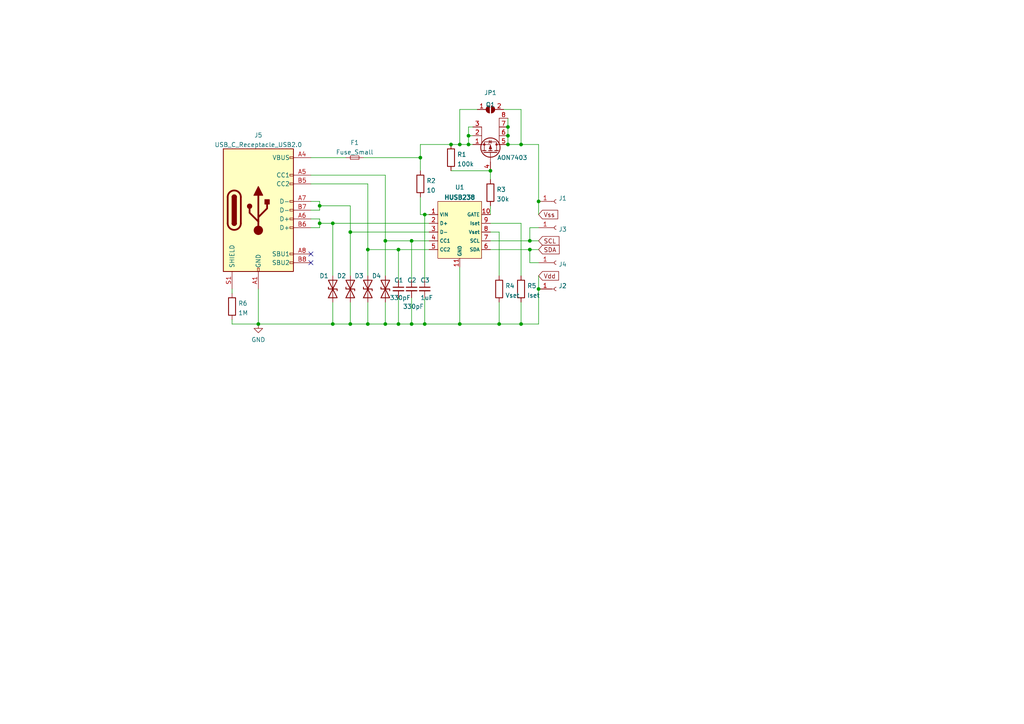
<source format=kicad_sch>
(kicad_sch (version 20211123) (generator eeschema)
  (paper "A4")
  (lib_symbols
    (symbol "Connector:Conn_01x01_Female" (pin_names (offset 1.016) hide)
      (property "Reference" "J" (at 0 2.54 0))
      (property "Value" "Conn_01x01_Female" (at 0 -2.54 0))
      (symbol "Conn_01x01_Female_1_1"
        (polyline (pts (xy -1.27 0) (xy -0.508 0)) (stroke (width 0.1524)))
        (arc (start 0 0.508) (mid -0.508 0) (end 0 -0.508) (stroke (width 0.1524)))
        (pin passive line (at -5.08 0 0) (length 3.81) (name "Pin_1") (number "1"))
      )
    )
    (symbol "Connector:USB_C_Receptacle_USB2.0" (pin_names (offset 1.016))
      (property "Reference" "J" (at -10.16 19.05 0))
      (property "Value" "USB_C_Receptacle_USB2.0" (at 19.05 19.05 0))
      (symbol "USB_C_Receptacle_USB2.0_0_0"
        (rectangle (start -0.254 -17.78) (end 0.254 -16.764))
        (rectangle (start 10.16 -14.986) (end 9.144 -15.494))
        (rectangle (start 10.16 -12.446) (end 9.144 -12.954))
        (rectangle (start 10.16 -4.826) (end 9.144 -5.334))
        (rectangle (start 10.16 -2.286) (end 9.144 -2.794))
        (rectangle (start 10.16 0.254) (end 9.144 -0.254))
        (rectangle (start 10.16 2.794) (end 9.144 2.286))
        (rectangle (start 10.16 7.874) (end 9.144 7.366))
        (rectangle (start 10.16 10.414) (end 9.144 9.906))
        (rectangle (start 10.16 15.494) (end 9.144 14.986))
      )
      (symbol "USB_C_Receptacle_USB2.0_0_1"
        (rectangle (start -10.16 17.78) (end 10.16 -17.78) (stroke (width 0.254)) (fill (type background)))
        (arc (start -8.89 -3.81) (mid -6.985 -5.715) (end -5.08 -3.81) (stroke (width 0.508)))
        (arc (start -7.62 -3.81) (mid -6.985 -4.445) (end -6.35 -3.81) (stroke (width 0.254)))
        (arc (start -7.62 -3.81) (mid -6.985 -4.445) (end -6.35 -3.81) (stroke (width 0.254)) (fill (type outline)))
        (rectangle (start -7.62 -3.81) (end -6.35 3.81) (stroke (width 0.254)) (fill (type outline)))
        (arc (start -6.35 3.81) (mid -6.985 4.445) (end -7.62 3.81) (stroke (width 0.254)))
        (arc (start -6.35 3.81) (mid -6.985 4.445) (end -7.62 3.81) (stroke (width 0.254)) (fill (type outline)))
        (arc (start -5.08 3.81) (mid -6.985 5.715) (end -8.89 3.81) (stroke (width 0.508)))
        (circle (center -2.54 1.143) (radius 0.635) (stroke (width 0.254)) (fill (type outline)))
        (circle (center 0 -5.842) (radius 1.27) (fill (type outline)))
        (polyline (pts (xy -8.89 -3.81) (xy -8.89 3.81)) (stroke (width 0.508)))
        (polyline (pts (xy -5.08 3.81) (xy -5.08 -3.81)) (stroke (width 0.508)))
        (polyline (pts (xy 0 -5.842) (xy 0 4.318)) (stroke (width 0.508)))
        (polyline (pts (xy 0 -3.302) (xy -2.54 -0.762) (xy -2.54 0.508)) (stroke (width 0.508)))
        (polyline (pts (xy 0 -2.032) (xy 2.54 0.508) (xy 2.54 1.778)) (stroke (width 0.508)))
        (polyline (pts (xy -1.27 4.318) (xy 0 6.858) (xy 1.27 4.318) (xy -1.27 4.318)) (stroke (width 0.254)) (fill (type outline)))
        (rectangle (start 1.905 1.778) (end 3.175 3.048) (stroke (width 0.254)) (fill (type outline)))
      )
      (symbol "USB_C_Receptacle_USB2.0_1_1"
        (pin passive line (at 0 -22.86 90) (length 5.08) (name "GND") (number "A1"))
        (pin passive line (at 0 -22.86 90) (length 5.08) hide (name "GND") (number "A12"))
        (pin passive line (at 15.24 15.24 180) (length 5.08) (name "VBUS") (number "A4"))
        (pin bidirectional line (at 15.24 10.16 180) (length 5.08) (name "CC1") (number "A5"))
        (pin bidirectional line (at 15.24 -2.54 180) (length 5.08) (name "D+") (number "A6"))
        (pin bidirectional line (at 15.24 2.54 180) (length 5.08) (name "D-") (number "A7"))
        (pin bidirectional line (at 15.24 -12.7 180) (length 5.08) (name "SBU1") (number "A8"))
        (pin passive line (at 15.24 15.24 180) (length 5.08) hide (name "VBUS") (number "A9"))
        (pin passive line (at 0 -22.86 90) (length 5.08) hide (name "GND") (number "B1"))
        (pin passive line (at 0 -22.86 90) (length 5.08) hide (name "GND") (number "B12"))
        (pin passive line (at 15.24 15.24 180) (length 5.08) hide (name "VBUS") (number "B4"))
        (pin bidirectional line (at 15.24 7.62 180) (length 5.08) (name "CC2") (number "B5"))
        (pin bidirectional line (at 15.24 -5.08 180) (length 5.08) (name "D+") (number "B6"))
        (pin bidirectional line (at 15.24 0 180) (length 5.08) (name "D-") (number "B7"))
        (pin bidirectional line (at 15.24 -15.24 180) (length 5.08) (name "SBU2") (number "B8"))
        (pin passive line (at 15.24 15.24 180) (length 5.08) hide (name "VBUS") (number "B9"))
        (pin passive line (at -7.62 -22.86 90) (length 5.08) (name "SHIELD") (number "S1"))
      )
    )
    (symbol "Device:C_Small" (pin_numbers hide) (pin_names (offset 0.254) hide)
      (property "Reference" "C" (at 0.254 1.778 0))
      (property "Value" "C_Small" (at 0.254 -2.032 0))
      (symbol "C_Small_0_1"
        (polyline (pts (xy -1.524 -0.508) (xy 1.524 -0.508)) (stroke (width 0.3302)))
        (polyline (pts (xy -1.524 0.508) (xy 1.524 0.508)) (stroke (width 0.3048)))
      )
      (symbol "C_Small_1_1"
        (pin passive line (at 0 2.54 270) (length 2.032) (name "~") (number "1"))
        (pin passive line (at 0 -2.54 90) (length 2.032) (name "~") (number "2"))
      )
    )
    (symbol "Device:D_TVS" (pin_numbers hide) (pin_names (offset 1.016) hide)
      (property "Reference" "D" (at 0 2.54 0))
      (property "Value" "D_TVS" (at 0 -2.54 0))
      (symbol "D_TVS_0_1"
        (polyline (pts (xy 1.27 0) (xy -1.27 0)))
        (polyline (pts (xy 0.508 1.27) (xy 0 1.27) (xy 0 -1.27) (xy -0.508 -1.27)) (stroke (width 0.254)))
        (polyline (pts (xy -2.54 1.27) (xy -2.54 -1.27) (xy 2.54 1.27) (xy 2.54 -1.27) (xy -2.54 1.27)) (stroke (width 0.254)))
      )
      (symbol "D_TVS_1_1"
        (pin passive line (at -3.81 0 0) (length 2.54) (name "A1") (number "1"))
        (pin passive line (at 3.81 0 180) (length 2.54) (name "A2") (number "2"))
      )
    )
    (symbol "Device:Fuse_Small" (pin_numbers hide) (pin_names (offset 0.254) hide)
      (property "Reference" "F" (at 0 -1.524 0))
      (property "Value" "Fuse_Small" (at 0 1.524 0))
      (symbol "Fuse_Small_0_1"
        (rectangle (start -1.27 0.508) (end 1.27 -0.508))
        (polyline (pts (xy -1.27 0) (xy 1.27 0)))
      )
      (symbol "Fuse_Small_1_1"
        (pin passive line (at -2.54 0 0) (length 1.27) (name "~") (number "1"))
        (pin passive line (at 2.54 0 180) (length 1.27) (name "~") (number "2"))
      )
    )
    (symbol "Device:R" (pin_numbers hide) (pin_names (offset 0))
      (property "Reference" "R" (at 2.032 0 90))
      (property "Value" "R" (at 0 0 90))
      (symbol "R_0_1"
        (rectangle (start -1.016 -2.54) (end 1.016 2.54) (stroke (width 0.254)))
      )
      (symbol "R_1_1"
        (pin passive line (at 0 3.81 270) (length 1.27) (name "~") (number "1"))
        (pin passive line (at 0 -3.81 90) (length 1.27) (name "~") (number "2"))
      )
    )
    (symbol "Jumper:SolderJumper_2_Open" (pin_names (offset 0) hide)
      (property "Reference" "JP" (at 0 2.032 0))
      (property "Value" "SolderJumper_2_Open" (at 0 -2.54 0))
      (symbol "SolderJumper_2_Open_0_1"
        (arc (start -0.254 1.016) (mid -1.27 0) (end -0.254 -1.016))
        (arc (start -0.254 1.016) (mid -1.27 0) (end -0.254 -1.016) (fill (type outline)))
        (polyline (pts (xy -0.254 1.016) (xy -0.254 -1.016)))
        (polyline (pts (xy 0.254 1.016) (xy 0.254 -1.016)))
        (arc (start 0.254 -1.016) (mid 1.27 0) (end 0.254 1.016))
        (arc (start 0.254 -1.016) (mid 1.27 0) (end 0.254 1.016) (fill (type outline)))
      )
      (symbol "SolderJumper_2_Open_1_1"
        (pin passive line (at -3.81 0 0) (length 2.54) (name "A") (number "1"))
        (pin passive line (at 3.81 0 180) (length 2.54) (name "B") (number "2"))
      )
    )
    (symbol "_chips:AON7403" (pin_names (offset 0) hide)
      (property "Reference" "Q" (at 5.08 1.27 0))
      (property "Value" "AON7403" (at 5.08 -1.27 0))
      (symbol "AON7403_0_1"
        (polyline (pts (xy 0.254 0) (xy -2.54 0)))
        (polyline (pts (xy 0.254 1.905) (xy 0.254 -1.905)) (stroke (width 0.254)))
        (polyline (pts (xy 0.762 -1.27) (xy 0.762 -2.286)) (stroke (width 0.254)))
        (polyline (pts (xy 0.762 0.508) (xy 0.762 -0.508)) (stroke (width 0.254)))
        (polyline (pts (xy 0.762 2.286) (xy 0.762 1.27)) (stroke (width 0.254)))
        (polyline (pts (xy 2.54 -2.54) (xy 7.62 -2.54)) (stroke (width 0.1524)))
        (polyline (pts (xy 5.08 2.54) (xy 10.16 2.54)) (stroke (width 0.1524)))
        (polyline (pts (xy 2.54 -2.54) (xy 2.54 0) (xy 0.762 0)))
        (polyline (pts (xy 5.08 2.54) (xy 2.54 2.54) (xy 2.54 1.778)))
        (polyline (pts (xy 0.762 1.778) (xy 3.302 1.778) (xy 3.302 -1.778) (xy 0.762 -1.778)))
        (polyline (pts (xy 2.286 0) (xy 1.27 0.381) (xy 1.27 -0.381) (xy 2.286 0)) (fill (type outline)))
        (polyline (pts (xy 2.794 -0.508) (xy 2.921 -0.381) (xy 3.683 -0.381) (xy 3.81 -0.254)))
        (polyline (pts (xy 3.302 -0.381) (xy 2.921 0.254) (xy 3.683 0.254) (xy 3.302 -0.381)))
        (circle (center 1.651 0) (radius 2.794) (stroke (width 0.254)))
        (circle (center 2.54 -1.778) (radius 0.254) (fill (type outline)))
        (circle (center 2.54 1.778) (radius 0.254) (fill (type outline)))
      )
      (symbol "AON7403_1_1"
        (pin passive line (at 2.54 -5.08 90) (length 2.54) (name "S") (number "1"))
        (pin passive line (at 5.08 -5.08 90) (length 2.54) (name "S") (number "2"))
        (pin passive line (at 7.62 -5.08 90) (length 2.54) (name "S") (number "3"))
        (pin input line (at -5.08 0 0) (length 2.54) (name "G") (number "4"))
        (pin passive line (at 2.54 5.08 270) (length 2.54) (name "D") (number "5"))
        (pin passive line (at 5.08 5.08 270) (length 2.54) (name "D") (number "6"))
        (pin passive line (at 7.62 5.08 270) (length 2.54) (name "D") (number "7"))
        (pin passive line (at 10.16 5.08 270) (length 2.54) (name "D") (number "8"))
      )
    )
    (symbol "_chips:HUSB238"
      (property "Reference" "U" (at -5.08 10.16 0))
      (property "Value" "HUSB238" (at 0 7.62 0))
      (symbol "HUSB238_0_0"
        (rectangle (start -6.35 8.89) (end 6.35 -7.62) (stroke (width 0.1524)) (fill (type background)))
      )
      (symbol "HUSB238_1_1"
        (pin input line (at -8.89 5.08 0) (length 2.54) (name "VIN") (number "1"))
        (pin output line (at 8.89 5.08 180) (length 2.54) (name "GATE") (number "10"))
        (pin power_out line (at 0 -10.16 90) (length 2.54) (name "GND") (number "11"))
        (pin input line (at -8.89 2.54 0) (length 2.54) (name "D+") (number "2"))
        (pin input line (at -8.89 0 0) (length 2.54) (name "D-") (number "3"))
        (pin input line (at -8.89 -2.54 0) (length 2.54) (name "CC1") (number "4"))
        (pin input line (at -8.89 -5.08 0) (length 2.54) (name "CC2") (number "5"))
        (pin bidirectional line (at 8.89 -5.08 180) (length 2.54) (name "SDA") (number "6"))
        (pin bidirectional line (at 8.89 -2.54 180) (length 2.54) (name "SCL") (number "7"))
        (pin input line (at 8.89 0 180) (length 2.54) (name "Vset") (number "8"))
        (pin input line (at 8.89 2.54 180) (length 2.54) (name "Iset") (number "9"))
      )
    )
    (symbol "power:GND" (power) (pin_names (offset 0))
      (property "Value" "GND" (at 0 -3.81 0))
      (symbol "GND_0_1"
        (polyline (pts (xy 0 0) (xy 0 -1.27) (xy 1.27 -1.27) (xy 0 -2.54) (xy -1.27 -1.27) (xy 0 -1.27)))
      )
      (symbol "GND_1_1"
        (pin power_in line (at 0 0 270) (length 0) hide (name "GND") (number "1"))
      )
    )
  )
  (junction (at 123.19 93.98))
  (junction (at 147.32 36.83))
  (junction (at 101.6 93.98))
  (junction (at 135.89 39.37))
  (junction (at 151.13 93.98))
  (junction (at 123.19 62.23))
  (junction (at 121.92 45.72))
  (junction (at 111.76 93.98))
  (junction (at 115.57 72.39))
  (junction (at 153.67 69.85))
  (junction (at 92.71 59.69))
  (junction (at 106.68 72.39))
  (junction (at 135.89 41.91))
  (junction (at 133.35 41.91))
  (junction (at 133.35 93.98))
  (junction (at 96.52 64.77))
  (junction (at 156.21 83.82))
  (junction (at 119.38 93.98))
  (junction (at 151.13 41.91))
  (junction (at 96.52 93.98))
  (junction (at 106.68 93.98))
  (junction (at 92.71 64.77))
  (junction (at 74.93 93.98))
  (junction (at 144.78 93.98))
  (junction (at 130.81 41.91))
  (junction (at 111.76 69.85))
  (junction (at 153.67 72.39))
  (junction (at 119.38 69.85))
  (junction (at 156.21 58.42))
  (junction (at 115.57 93.98))
  (junction (at 101.6 67.31))
  (junction (at 147.32 39.37))
  (junction (at 142.24 49.53))
  (junction (at 147.32 41.91))
  (no_connect (at 90.17 73.66))
  (no_connect (at 90.17 76.2))
  (wire (pts (xy 123.19 93.98) (xy 133.35 93.98)))
  (wire (pts (xy 138.43 31.75) (xy 133.35 31.75)))
  (wire (pts (xy 92.71 64.77) (xy 96.52 64.77)))
  (wire (pts (xy 147.32 34.29) (xy 147.32 36.83)))
  (wire (pts (xy 111.76 93.98) (xy 115.57 93.98)))
  (wire (pts (xy 92.71 58.42) (xy 90.17 58.42)))
  (wire (pts (xy 151.13 41.91) (xy 151.13 31.75)))
  (wire (pts (xy 156.21 41.91) (xy 156.21 58.42)))
  (wire (pts (xy 96.52 64.77) (xy 96.52 80.01)))
  (wire (pts (xy 142.24 69.85) (xy 153.67 69.85)))
  (wire (pts (xy 106.68 93.98) (xy 101.6 93.98)))
  (wire (pts (xy 111.76 50.8) (xy 111.76 69.85)))
  (wire (pts (xy 106.68 72.39) (xy 115.57 72.39)))
  (wire (pts (xy 144.78 87.63) (xy 144.78 93.98)))
  (wire (pts (xy 106.68 53.34) (xy 106.68 72.39)))
  (wire (pts (xy 137.16 39.37) (xy 135.89 39.37)))
  (wire (pts (xy 101.6 67.31) (xy 124.46 67.31)))
  (wire (pts (xy 142.24 49.53) (xy 142.24 52.07)))
  (wire (pts (xy 101.6 93.98) (xy 96.52 93.98)))
  (wire (pts (xy 67.31 93.98) (xy 74.93 93.98)))
  (wire (pts (xy 92.71 64.77) (xy 92.71 66.04)))
  (wire (pts (xy 101.6 67.31) (xy 101.6 80.01)))
  (wire (pts (xy 121.92 41.91) (xy 130.81 41.91)))
  (wire (pts (xy 151.13 31.75) (xy 146.05 31.75)))
  (wire (pts (xy 151.13 93.98) (xy 151.13 87.63)))
  (wire (pts (xy 153.67 66.04) (xy 153.67 69.85)))
  (wire (pts (xy 135.89 39.37) (xy 135.89 41.91)))
  (wire (pts (xy 121.92 62.23) (xy 123.19 62.23)))
  (wire (pts (xy 133.35 41.91) (xy 135.89 41.91)))
  (wire (pts (xy 156.21 93.98) (xy 151.13 93.98)))
  (wire (pts (xy 123.19 62.23) (xy 123.19 81.28)))
  (wire (pts (xy 121.92 57.15) (xy 121.92 62.23)))
  (wire (pts (xy 119.38 69.85) (xy 124.46 69.85)))
  (wire (pts (xy 123.19 62.23) (xy 124.46 62.23)))
  (wire (pts (xy 92.71 63.5) (xy 90.17 63.5)))
  (wire (pts (xy 105.41 45.72) (xy 121.92 45.72)))
  (wire (pts (xy 90.17 53.34) (xy 106.68 53.34)))
  (wire (pts (xy 115.57 86.36) (xy 115.57 93.98)))
  (wire (pts (xy 135.89 36.83) (xy 137.16 36.83)))
  (wire (pts (xy 133.35 31.75) (xy 133.35 41.91)))
  (wire (pts (xy 147.32 36.83) (xy 147.32 39.37)))
  (wire (pts (xy 151.13 64.77) (xy 142.24 64.77)))
  (wire (pts (xy 67.31 83.82) (xy 67.31 85.09)))
  (wire (pts (xy 121.92 45.72) (xy 121.92 49.53)))
  (wire (pts (xy 101.6 59.69) (xy 101.6 67.31)))
  (wire (pts (xy 74.93 83.82) (xy 74.93 93.98)))
  (wire (pts (xy 67.31 92.71) (xy 67.31 93.98)))
  (wire (pts (xy 147.32 41.91) (xy 151.13 41.91)))
  (wire (pts (xy 111.76 69.85) (xy 119.38 69.85)))
  (wire (pts (xy 115.57 72.39) (xy 124.46 72.39)))
  (wire (pts (xy 153.67 72.39) (xy 156.21 72.39)))
  (wire (pts (xy 106.68 72.39) (xy 106.68 80.01)))
  (wire (pts (xy 119.38 93.98) (xy 123.19 93.98)))
  (wire (pts (xy 106.68 87.63) (xy 106.68 93.98)))
  (wire (pts (xy 111.76 69.85) (xy 111.76 80.01)))
  (wire (pts (xy 119.38 86.36) (xy 119.38 93.98)))
  (wire (pts (xy 156.21 80.01) (xy 156.21 83.82)))
  (wire (pts (xy 144.78 67.31) (xy 142.24 67.31)))
  (wire (pts (xy 144.78 93.98) (xy 151.13 93.98)))
  (wire (pts (xy 96.52 87.63) (xy 96.52 93.98)))
  (wire (pts (xy 101.6 87.63) (xy 101.6 93.98)))
  (wire (pts (xy 92.71 64.77) (xy 92.71 63.5)))
  (wire (pts (xy 111.76 87.63) (xy 111.76 93.98)))
  (wire (pts (xy 151.13 80.01) (xy 151.13 64.77)))
  (wire (pts (xy 90.17 45.72) (xy 100.33 45.72)))
  (wire (pts (xy 123.19 86.36) (xy 123.19 93.98)))
  (wire (pts (xy 153.67 69.85) (xy 156.21 69.85)))
  (wire (pts (xy 142.24 59.69) (xy 142.24 62.23)))
  (wire (pts (xy 90.17 50.8) (xy 111.76 50.8)))
  (wire (pts (xy 144.78 80.01) (xy 144.78 67.31)))
  (wire (pts (xy 92.71 59.69) (xy 101.6 59.69)))
  (wire (pts (xy 133.35 93.98) (xy 144.78 93.98)))
  (wire (pts (xy 119.38 69.85) (xy 119.38 81.28)))
  (wire (pts (xy 92.71 66.04) (xy 90.17 66.04)))
  (wire (pts (xy 156.21 66.04) (xy 153.67 66.04)))
  (wire (pts (xy 96.52 64.77) (xy 124.46 64.77)))
  (wire (pts (xy 115.57 72.39) (xy 115.57 81.28)))
  (wire (pts (xy 156.21 76.2) (xy 153.67 76.2)))
  (wire (pts (xy 92.71 60.96) (xy 90.17 60.96)))
  (wire (pts (xy 111.76 93.98) (xy 106.68 93.98)))
  (wire (pts (xy 121.92 41.91) (xy 121.92 45.72)))
  (wire (pts (xy 115.57 93.98) (xy 119.38 93.98)))
  (wire (pts (xy 133.35 77.47) (xy 133.35 93.98)))
  (wire (pts (xy 147.32 39.37) (xy 147.32 41.91)))
  (wire (pts (xy 130.81 41.91) (xy 133.35 41.91)))
  (wire (pts (xy 142.24 72.39) (xy 153.67 72.39)))
  (wire (pts (xy 153.67 76.2) (xy 153.67 72.39)))
  (wire (pts (xy 92.71 59.69) (xy 92.71 58.42)))
  (wire (pts (xy 96.52 93.98) (xy 74.93 93.98)))
  (wire (pts (xy 92.71 59.69) (xy 92.71 60.96)))
  (wire (pts (xy 130.81 49.53) (xy 142.24 49.53)))
  (wire (pts (xy 137.16 41.91) (xy 135.89 41.91)))
  (wire (pts (xy 156.21 62.23) (xy 156.21 58.42)))
  (wire (pts (xy 135.89 39.37) (xy 135.89 36.83)))
  (wire (pts (xy 156.21 83.82) (xy 156.21 93.98)))
  (wire (pts (xy 151.13 41.91) (xy 156.21 41.91)))
  (global_label "SDA" (shape input) (at 156.21 72.39 0) (property "Intersheet References" "${INTERSHEET_REFS}" (effects hide)))
  (global_label "Vss" (shape input) (at 156.21 62.23 0) (property "Intersheet References" "${INTERSHEET_REFS}" (effects hide)))
  (global_label "Vdd" (shape input) (at 156.21 80.01 0) (property "Intersheet References" "${INTERSHEET_REFS}" (effects hide)))
  (global_label "SCL" (shape input) (at 156.21 69.85 0) (property "Intersheet References" "${INTERSHEET_REFS}" (effects hide)))
  (symbol (lib_id "Jumper:SolderJumper_2_Open") (at 142.24 31.75 0) (unit 1)
    (property "Reference" "JP1" (at 142.24 26.8945 0))
    (property "Value" "SolderJumper_2_Open" (effects hide))
    (property "Footprint" "Jumper:SolderJumper-2_P1.3mm_Open_RoundedPad1.0x1.5mm" (effects hide))
  )
  (symbol (lib_id "Device:D_TVS") (at 96.52 83.82 90) (unit 1)
    (property "Reference" "D1" (at 93.98 80.01 90))
    (property "Value" "D_TVS" (effects hide))
    (property "Footprint" "Resistor_SMD:R_0603_1608Metric_Pad0.98x0.95mm_HandSolder" (effects hide))
  )
  (symbol (lib_id "Device:R") (at 67.31 88.9 0) (unit 1)
    (property "Reference" "R6" (at 69.088 87.9915 0) (effects (justify left)))
    (property "Value" "1M" (at 69.088 90.7666 0) (effects (justify left)))
    (property "Footprint" "Resistor_SMD:R_0402_1005Metric_Pad0.72x0.64mm_HandSolder" (effects hide))
  )
  (symbol (lib_id "_chips:HUSB238") (at 133.35 67.31 0) (unit 1)
    (property "Reference" "U1" (at 133.35 54.3271 0))
    (property "Value" "HUSB238" (at 133.35 57.245 0) (effects (font bold)))
    (property "Footprint" "_chips:HUSB238_Hynetek" (effects hide))
  )
  (symbol (lib_id "_chips:AON7403") (at 142.24 44.45 270) (mirror x) (unit 1)
    (property "Reference" "Q1" (at 142.24 30.3743 90))
    (property "Value" "AON7403" (at 148.59 45.72 90))
    (property "Footprint" "_transistors:AON7403" (effects hide))
  )
  (symbol (lib_id "Device:C_Small") (at 115.57 83.82 0) (unit 1)
    (property "Reference" "C1" (at 114.3 81.28 0) (effects (justify left)))
    (property "Value" "330pF" (at 113.03 86.36 0) (effects (justify left)))
    (property "Footprint" "Capacitor_SMD:C_0402_1005Metric_Pad0.74x0.62mm_HandSolder" (effects hide))
  )
  (symbol (lib_id "Connector:Conn_01x01_Female") (at 161.29 58.42 0) (unit 1)
    (property "Reference" "J1" (at 162.0012 57.5115 0) (effects (justify left)))
    (property "Value" "Conn_01x01_Female" (effects hide))
    (property "Footprint" "_chips:Castellated_hole_2.54" (effects hide))
  )
  (symbol (lib_id "Device:Fuse_Small") (at 102.87 45.72 0) (unit 1)
    (property "Reference" "F1" (at 102.87 41.3725 0))
    (property "Value" "Fuse_Small" (at 102.87 44.1476 0))
    (property "Footprint" "_chips:FuseHolder_1808" (effects hide))
  )
  (symbol (lib_id "Connector:Conn_01x01_Female") (at 161.29 83.82 0) (unit 1)
    (property "Reference" "J2" (at 162.0012 82.9115 0) (effects (justify left)))
    (property "Value" "Conn_01x01_Female" (effects hide))
    (property "Footprint" "_chips:Castellated_hole_2.54" (effects hide))
  )
  (symbol (lib_id "Device:R") (at 142.24 55.88 0) (unit 1)
    (property "Reference" "R3" (at 144.018 54.9715 0) (effects (justify left)))
    (property "Value" "30k" (at 144.018 57.7466 0) (effects (justify left)))
    (property "Footprint" "Resistor_SMD:R_0402_1005Metric_Pad0.72x0.64mm_HandSolder" (effects hide))
  )
  (symbol (lib_id "Device:C_Small") (at 119.38 83.82 0) (unit 1)
    (property "Reference" "C2" (at 118.11 81.28 0) (effects (justify left)))
    (property "Value" "330pF" (at 116.84 88.9 0) (effects (justify left)))
    (property "Footprint" "Capacitor_SMD:C_0402_1005Metric_Pad0.74x0.62mm_HandSolder" (effects hide))
  )
  (symbol (lib_id "Device:R") (at 130.81 45.72 0) (unit 1)
    (property "Reference" "R1" (at 132.588 44.8115 0) (effects (justify left)))
    (property "Value" "100k" (at 132.588 47.5866 0) (effects (justify left)))
    (property "Footprint" "Resistor_SMD:R_0402_1005Metric_Pad0.72x0.64mm_HandSolder" (effects hide))
  )
  (symbol (lib_id "Device:R") (at 151.13 83.82 0) (unit 1)
    (property "Reference" "R5" (at 152.908 82.9115 0) (effects (justify left)))
    (property "Value" "Iset" (at 152.908 85.6866 0) (effects (justify left)))
    (property "Footprint" "Resistor_SMD:R_0805_2012Metric_Pad1.20x1.40mm_HandSolder" (effects hide))
  )
  (symbol (lib_id "Device:R") (at 144.78 83.82 0) (unit 1)
    (property "Reference" "R4" (at 146.558 82.9115 0) (effects (justify left)))
    (property "Value" "Vset" (at 146.558 85.6866 0) (effects (justify left)))
    (property "Footprint" "Resistor_SMD:R_0805_2012Metric_Pad1.20x1.40mm_HandSolder" (effects hide))
  )
  (symbol (lib_id "Device:D_TVS") (at 101.6 83.82 90) (unit 1)
    (property "Reference" "D2" (at 99.06 80.01 90))
    (property "Value" "D_TVS" (effects hide))
    (property "Footprint" "Resistor_SMD:R_0603_1608Metric_Pad0.98x0.95mm_HandSolder" (effects hide))
  )
  (symbol (lib_id "Device:D_TVS") (at 106.68 83.82 90) (unit 1)
    (property "Reference" "D3" (at 104.14 80.01 90))
    (property "Value" "D_TVS" (effects hide))
    (property "Footprint" "Resistor_SMD:R_0603_1608Metric_Pad0.98x0.95mm_HandSolder" (effects hide))
  )
  (symbol (lib_id "Device:C_Small") (at 123.19 83.82 0) (unit 1)
    (property "Reference" "C3" (at 121.92 81.28 0) (effects (justify left)))
    (property "Value" "1uF" (at 121.92 86.36 0) (effects (justify left)))
    (property "Footprint" "Capacitor_SMD:C_0402_1005Metric_Pad0.74x0.62mm_HandSolder" (effects hide))
  )
  (symbol (lib_id "Connector:Conn_01x01_Female") (at 161.29 76.2 0) (unit 1)
    (property "Reference" "J4" (at 162.0012 76.679 0) (effects (justify left)))
    (property "Value" "Conn_01x01_Female" (effects hide))
    (property "Footprint" "_chips:Castellated_hole_2.54" (effects hide))
  )
  (symbol (lib_id "Device:D_TVS") (at 111.76 83.82 90) (unit 1)
    (property "Reference" "D4" (at 109.22 80.01 90))
    (property "Value" "D_TVS" (effects hide))
    (property "Footprint" "Resistor_SMD:R_0603_1608Metric_Pad0.98x0.95mm_HandSolder" (effects hide))
  )
  (symbol (lib_id "power:GND") (at 74.93 93.98 0) (unit 1)
    (property "Reference" "#PWR0101" (effects hide))
    (property "Value" "GND" (at 74.93 98.5425 0))
  )
  (symbol (lib_id "Connector:Conn_01x01_Female") (at 161.29 66.04 0) (unit 1)
    (property "Reference" "J3" (at 162.0012 66.519 0) (effects (justify left)))
    (property "Value" "Conn_01x01_Female" (effects hide))
    (property "Footprint" "_chips:Castellated_hole_2.54" (effects hide))
  )
  (symbol (lib_id "Device:R") (at 121.92 53.34 0) (unit 1)
    (property "Reference" "R2" (at 123.698 52.4315 0) (effects (justify left)))
    (property "Value" "10" (at 123.698 55.2066 0) (effects (justify left)))
    (property "Footprint" "Resistor_SMD:R_0402_1005Metric_Pad0.72x0.64mm_HandSolder" (effects hide))
  )
  (symbol (lib_id "Connector:USB_C_Receptacle_USB2.0") (at 74.93 60.96 0) (unit 1)
    (property "Reference" "J5" (at 74.93 39.2135 0))
    (property "Value" "USB_C_Receptacle_USB2.0" (at 74.93 41.9886 0))
    (property "Footprint" "_chips:USB_C_16pin" (effects hide))
    (property "Datasheet" "https://www.usb.org/sites/default/files/documents/usb_type-c.zip" (effects hide))
  )
)
</source>
